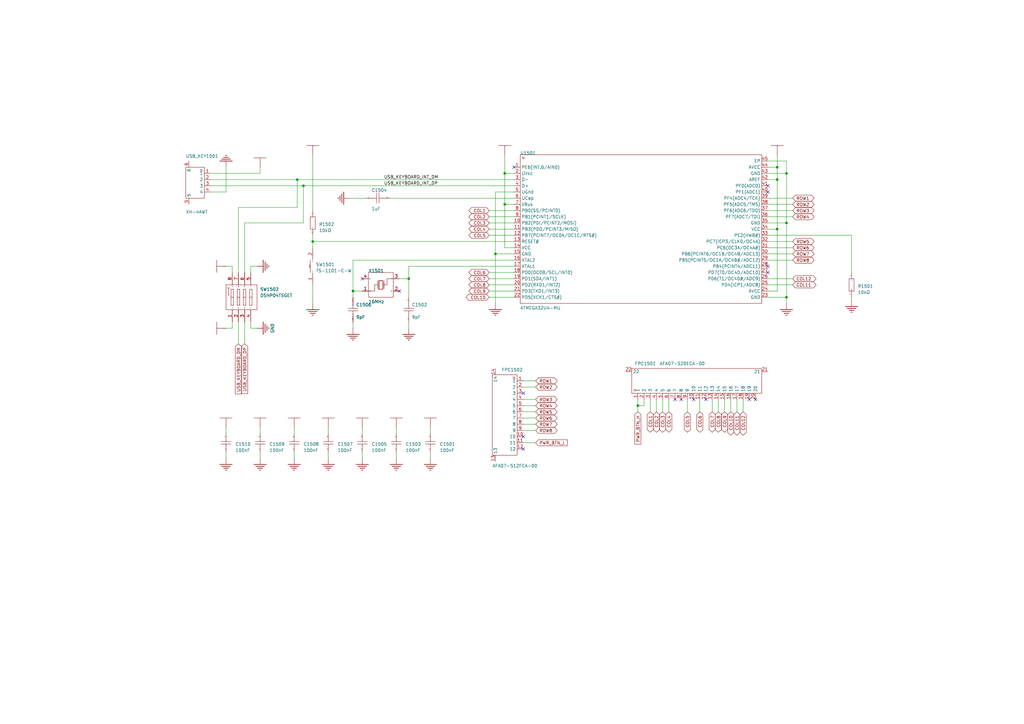
<source format=kicad_sch>
(kicad_sch (version 20250114) (generator "eeschema") (generator_version "9.0")
  (paper "A3")
  (lib_symbols
    (symbol "mainboard:0402B104K250NT"
      (property "Reference" "C" (at 0 0 0))
      (symbol "0402B104K250NT_1_0"
        (polyline (pts (xy -1.27 0) (xy -0.508 0)))
        (polyline (pts (xy -0.508 2.032) (xy -0.508 -2.032)))
        (polyline (pts (xy 0.508 2.032) (xy 0.508 -2.032)))
        (polyline (pts (xy 0.508 0) (xy 1.27 0)))
        (pin input line (at -3.81 0 0) (length 2.54) (name "1") (number "1"))
        (pin input line (at 3.81 0 180) (length 2.54) (name "2") (number "2"))
      )
    )
    (symbol "mainboard:0603WAF1002T5E"
      (symbol "0603WAF1002T5E_1_0"
        (rectangle (start -2.54 -1.016) (end 2.54 1.016))
        (pin input line (at -5.08 0 0) (length 2.54) (name "1") (number "1"))
        (pin input line (at 5.08 0 180) (length 2.54) (name "2") (number "2"))
      )
    )
    (symbol "mainboard:AFA07-S12FCA-00"
      (property "Reference" "FPC" (at 0 0 0))
      (symbol "AFA07-S12FCA-00_1_0"
        (rectangle (start -3.81 -16.51) (end 6.35 16.51))
        (circle (center -2.54 15.24) (radius 0.381))
        (pin input line (at -6.35 13.97 0) (length 2.54) (name "1") (number "1"))
        (pin input line (at -6.35 11.43 0) (length 2.54) (name "2") (number "2"))
        (pin input line (at -6.35 8.89 0) (length 2.54) (name "3") (number "3"))
        (pin input line (at -6.35 6.35 0) (length 2.54) (name "4") (number "4"))
        (pin input line (at -6.35 3.81 0) (length 2.54) (name "5") (number "5"))
        (pin input line (at -6.35 1.27 0) (length 2.54) (name "6") (number "6"))
        (pin input line (at -6.35 -1.27 0) (length 2.54) (name "7") (number "7"))
        (pin input line (at -6.35 -3.81 0) (length 2.54) (name "8") (number "8"))
        (pin input line (at -6.35 -6.35 0) (length 2.54) (name "9") (number "9"))
        (pin input line (at -6.35 -8.89 0) (length 2.54) (name "10") (number "10"))
        (pin input line (at -6.35 -11.43 0) (length 2.54) (name "11") (number "11"))
        (pin input line (at -6.35 -13.97 0) (length 2.54) (name "12") (number "12"))
        (pin input line (at 5.08 19.05 270) (length 2.54) (name "14") (number "14"))
        (pin input line (at 5.08 -19.05 90) (length 2.54) (name "13") (number "13"))
      )
    )
    (symbol "mainboard:AFA07-S20ECA-00"
      (property "Reference" "FPC" (at 0 0 0))
      (symbol "AFA07-S20ECA-00_1_0"
        (rectangle (start -3.81 -26.67) (end 6.35 26.67))
        (circle (center -2.54 25.4) (radius 0.381))
        (pin input line (at -6.35 24.13 0) (length 2.54) (name "1") (number "1"))
        (pin input line (at -6.35 21.59 0) (length 2.54) (name "2") (number "2"))
        (pin input line (at -6.35 19.05 0) (length 2.54) (name "3") (number "3"))
        (pin input line (at -6.35 16.51 0) (length 2.54) (name "4") (number "4"))
        (pin input line (at -6.35 13.97 0) (length 2.54) (name "5") (number "5"))
        (pin input line (at -6.35 11.43 0) (length 2.54) (name "6") (number "6"))
        (pin input line (at -6.35 8.89 0) (length 2.54) (name "7") (number "7"))
        (pin input line (at -6.35 6.35 0) (length 2.54) (name "8") (number "8"))
        (pin input line (at -6.35 3.81 0) (length 2.54) (name "9") (number "9"))
        (pin input line (at -6.35 1.27 0) (length 2.54) (name "10") (number "10"))
        (pin input line (at -6.35 -1.27 0) (length 2.54) (name "11") (number "11"))
        (pin input line (at -6.35 -3.81 0) (length 2.54) (name "12") (number "12"))
        (pin input line (at -6.35 -6.35 0) (length 2.54) (name "13") (number "13"))
        (pin input line (at -6.35 -8.89 0) (length 2.54) (name "14") (number "14"))
        (pin input line (at -6.35 -11.43 0) (length 2.54) (name "15") (number "15"))
        (pin input line (at -6.35 -13.97 0) (length 2.54) (name "16") (number "16"))
        (pin input line (at -6.35 -16.51 0) (length 2.54) (name "17") (number "17"))
        (pin input line (at -6.35 -19.05 0) (length 2.54) (name "18") (number "18"))
        (pin input line (at -6.35 -21.59 0) (length 2.54) (name "19") (number "19"))
        (pin input line (at -6.35 -24.13 0) (length 2.54) (name "20") (number "20"))
        (pin input line (at 5.08 29.21 270) (length 2.54) (name "22") (number "22"))
        (pin input line (at 5.08 -29.21 90) (length 2.54) (name "21") (number "21"))
      )
    )
    (symbol "mainboard:ATMEGA32U4-MU"
      (property "Reference" "U" (at 0 0 0))
      (symbol "ATMEGA32U4-MU_1_0"
        (rectangle (start -49.53 -30.48) (end 49.53 30.48))
        (circle (center -48.26 29.21) (radius 0.381))
        (pin unspecified line (at -52.07 25.4 0) (length 2.54) (name "PE6(INT.6/AIN0)") (number "1"))
        (pin unspecified line (at -52.07 22.86 0) (length 2.54) (name "UVcc") (number "2"))
        (pin unspecified line (at -52.07 20.32 0) (length 2.54) (name "D-") (number "3"))
        (pin unspecified line (at -52.07 17.78 0) (length 2.54) (name "D+") (number "4"))
        (pin unspecified line (at -52.07 15.24 0) (length 2.54) (name "UGnd") (number "5"))
        (pin unspecified line (at -52.07 12.7 0) (length 2.54) (name "UCap") (number "6"))
        (pin unspecified line (at -52.07 10.16 0) (length 2.54) (name "VBus") (number "7"))
        (pin unspecified line (at -52.07 7.62 0) (length 2.54) (name "PB0(SS/PCINT0)") (number "8"))
        (pin unspecified line (at -52.07 5.08 0) (length 2.54) (name "PB1(PCINT1/SCLK)") (number "9"))
        (pin unspecified line (at -52.07 2.54 0) (length 2.54) (name "PB2(PDI/PCINT2/MOSI)") (number "10"))
        (pin unspecified line (at -52.07 0 0) (length 2.54) (name "PB3(PDO/PCINT3/MISO)") (number "11"))
        (pin unspecified line (at -52.07 -2.54 0) (length 2.54) (name "PB7(PCINT7/OC0A/OC1C/RTS#)") (number "12"))
        (pin unspecified line (at -52.07 -5.08 0) (length 2.54) (name "RESET#") (number "13"))
        (pin unspecified line (at -52.07 -7.62 0) (length 2.54) (name "VCC") (number "14"))
        (pin unspecified line (at -52.07 -10.16 0) (length 2.54) (name "GND") (number "15"))
        (pin unspecified line (at -52.07 -12.7 0) (length 2.54) (name "XTAL2") (number "16"))
        (pin unspecified line (at -52.07 -15.24 0) (length 2.54) (name "XTAL1") (number "17"))
        (pin unspecified line (at -52.07 -17.78 0) (length 2.54) (name "PD0(OC0B/SCL/INT0)") (number "18"))
        (pin unspecified line (at -52.07 -20.32 0) (length 2.54) (name "PD1(SDA/INT1)") (number "19"))
        (pin unspecified line (at -52.07 -22.86 0) (length 2.54) (name "PD2(RXD1/INT2)") (number "20"))
        (pin unspecified line (at -52.07 -25.4 0) (length 2.54) (name "PD3(TXD1/INT3)") (number "21"))
        (pin unspecified line (at -52.07 -27.94 0) (length 2.54) (name "PD5(XCK1/CTS#)") (number "22"))
        (pin unspecified line (at 52.07 27.94 180) (length 2.54) (name "EP") (number "45"))
        (pin unspecified line (at 52.07 25.4 180) (length 2.54) (name "AVCC") (number "44"))
        (pin unspecified line (at 52.07 22.86 180) (length 2.54) (name "GND") (number "43"))
        (pin unspecified line (at 52.07 20.32 180) (length 2.54) (name "AREF") (number "42"))
        (pin unspecified line (at 52.07 17.78 180) (length 2.54) (name "PF0(ADC0)") (number "41"))
        (pin unspecified line (at 52.07 15.24 180) (length 2.54) (name "PF1(ADC1)") (number "40"))
        (pin unspecified line (at 52.07 12.7 180) (length 2.54) (name "PF4(ADC4/TCK)") (number "39"))
        (pin unspecified line (at 52.07 10.16 180) (length 2.54) (name "PF5(ADC5/TMS)") (number "38"))
        (pin unspecified line (at 52.07 7.62 180) (length 2.54) (name "PF6(ADC6/TDO)") (number "37"))
        (pin unspecified line (at 52.07 5.08 180) (length 2.54) (name "PF7(ADC7/TDI)") (number "36"))
        (pin unspecified line (at 52.07 2.54 180) (length 2.54) (name "GND") (number "35"))
        (pin unspecified line (at 52.07 0 180) (length 2.54) (name "VCC") (number "34"))
        (pin unspecified line (at 52.07 -2.54 180) (length 2.54) (name "PE2(HWB#)") (number "33"))
        (pin unspecified line (at 52.07 -5.08 180) (length 2.54) (name "PC7(ICP3/CLK0/OC4A)") (number "32"))
        (pin unspecified line (at 52.07 -7.62 180) (length 2.54) (name "PC6(OC3A/OC4A#)") (number "31"))
        (pin unspecified line (at 52.07 -10.16 180) (length 2.54) (name "PB6(PCINT6/OC1B/OC4B/ADC13)") (number "30"))
        (pin unspecified line (at 52.07 -12.7 180) (length 2.54) (name "PB5(PCINT5/OC1A/OC4B#/ADC12)") (number "29"))
        (pin unspecified line (at 52.07 -15.24 180) (length 2.54) (name "PB4(PCINT4/ADC11)") (number "28"))
        (pin unspecified line (at 52.07 -17.78 180) (length 2.54) (name "PD7(T0/OC4D/ADC10)") (number "27"))
        (pin unspecified line (at 52.07 -20.32 180) (length 2.54) (name "PD6(T1/OC4D#/ADC9)") (number "26"))
        (pin unspecified line (at 52.07 -22.86 180) (length 2.54) (name "PD4(ICP1/ADC8)") (number "25"))
        (pin unspecified line (at 52.07 -25.4 180) (length 2.54) (name "AVCC") (number "24"))
        (pin unspecified line (at 52.07 -27.94 180) (length 2.54) (name "GND") (number "23"))
      )
    )
    (symbol "mainboard:CC0603CRNPO9BN9R0"
      (property "Reference" "C" (at 0 0 0))
      (symbol "CC0603CRNPO9BN9R0_1_0"
        (polyline (pts (xy -2.032 0.508) (xy 2.032 0.508)))
        (polyline (pts (xy 0 2.54) (xy 0 0.508)))
        (polyline (pts (xy 0 -0.508) (xy 0 -2.54)))
        (polyline (pts (xy 2.032 -0.508) (xy -2.032 -0.508)))
        (pin input line (at 0 5.08 270) (length 2.54) (name "2") (number "2"))
        (pin input line (at 0 -5.08 90) (length 2.54) (name "1") (number "1"))
      )
    )
    (symbol "mainboard:CL10A105KB8NNNC"
      (property "Reference" "C" (at 0 0 0))
      (symbol "CL10A105KB8NNNC_1_0"
        (polyline (pts (xy -0.508 0) (xy -2.54 0)))
        (polyline (pts (xy -0.508 -2.032) (xy -0.508 2.032)))
        (polyline (pts (xy 0.508 2.032) (xy 0.508 -2.032)))
        (polyline (pts (xy 2.54 0) (xy 0.508 0)))
        (pin unspecified line (at -5.08 0 0) (length 2.54) (name "1") (number "1"))
        (pin unspecified line (at 5.08 0 180) (length 2.54) (name "2") (number "2"))
      )
    )
    (symbol "mainboard:DSHP04TSGER"
      (property "Reference" "SW" (at 0 0 0))
      (symbol "DSHP04TSGER_1_0"
        (polyline (pts (xy -5.08 6.35) (xy -5.08 -6.35)))
        (polyline (pts (xy -5.08 -6.35) (xy 5.08 -6.35)))
        (polyline (pts (xy -3.302 4.318) (xy 3.302 4.318)))
        (polyline (pts (xy -3.302 3.302) (xy -3.302 4.318)))
        (polyline (pts (xy -3.302 1.778) (xy 3.302 1.778)))
        (polyline (pts (xy -3.302 0.762) (xy -3.302 1.778)))
        (polyline (pts (xy -3.302 -0.762) (xy 3.302 -0.762)))
        (polyline (pts (xy -3.302 -1.778) (xy -3.302 -0.762)))
        (polyline (pts (xy -3.302 -3.302) (xy 3.302 -3.302)))
        (polyline (pts (xy -3.302 -4.318) (xy -3.302 -3.302)))
        (polyline (pts (xy 0 4.318) (xy 0 3.302)))
        (polyline (pts (xy 0 1.778) (xy 0 0.762)))
        (polyline (pts (xy 0 -0.762) (xy 0 -1.778)))
        (polyline (pts (xy 0 -3.302) (xy 0 -4.318)))
        (polyline (pts (xy 0.762 5.334) (xy 3.81 5.334)))
        (polyline (pts (xy 1.016 5.08) (xy 0.762 5.334)))
        (polyline (pts (xy 3.302 4.318) (xy 3.302 3.302)))
        (polyline (pts (xy 3.302 3.302) (xy -3.302 3.302)))
        (polyline (pts (xy 3.302 1.778) (xy 3.302 0.762)))
        (polyline (pts (xy 3.302 0.762) (xy -3.302 0.762)))
        (polyline (pts (xy 3.302 -0.762) (xy 3.302 -1.778)))
        (polyline (pts (xy 3.302 -1.778) (xy -3.302 -1.778)))
        (polyline (pts (xy 3.302 -3.302) (xy 3.302 -4.318)))
        (polyline (pts (xy 3.302 -4.318) (xy -3.302 -4.318)))
        (polyline (pts (xy 3.81 5.842) (xy 3.81 4.826)))
        (polyline (pts (xy 5.08 6.35) (xy -5.08 6.35)))
        (polyline (pts (xy 5.08 -6.35) (xy 5.08 6.35)))
        (pin input line (at -10.16 3.81 0) (length 5.08) (name "A1") (number "1"))
        (pin input line (at -10.16 1.27 0) (length 5.08) (name "A2") (number "2"))
        (pin input line (at -10.16 -1.27 0) (length 5.08) (name "A3") (number "3"))
        (pin input line (at -10.16 -3.81 0) (length 5.08) (name "A4") (number "4"))
        (pin input line (at 10.16 3.81 180) (length 5.08) (name "B1") (number "8"))
        (pin input line (at 10.16 1.27 180) (length 5.08) (name "B2") (number "7"))
        (pin input line (at 10.16 -1.27 180) (length 5.08) (name "B3") (number "6"))
        (pin input line (at 10.16 -3.81 180) (length 5.08) (name "B4") (number "5"))
      )
    )
    (symbol "mainboard:Ground-GND" (power) (pin_numbers (hide yes)) (pin_names (hide yes))
      (property "Value" "GND" (at 0 -6.35 0))
      (symbol "Ground-GND_1_0"
        (polyline (pts (xy -2.54 -2.54) (xy 2.54 -2.54)) (stroke (width 0.254)))
        (polyline (pts (xy -1.778 -3.302) (xy 1.778 -3.302)) (stroke (width 0.254)))
        (polyline (pts (xy -1.016 -4.064) (xy 1.016 -4.064)) (stroke (width 0.254)))
        (polyline (pts (xy -0.254 -4.826) (xy 0.254 -4.826)) (stroke (width 0.254)))
        (pin power_in line (at 0 0 270) (length 2.54) (name "GND_KEY") (number "1"))
      )
    )
    (symbol "mainboard:Power-5V" (power) (pin_numbers (hide yes)) (pin_names (hide yes))
      (symbol "Power-5V_1_0"
        (polyline (pts (xy -2.54 3.81) (xy 2.54 3.81)))
        (polyline (pts (xy 0 3.81) (xy 0 1.27)))
        (pin power_in line (at 0 0 90) (length 1.27) (name "+3.3V") (number "1"))
      )
    )
    (symbol "mainboard:TS-1101-C-W"
      (property "Reference" "SW" (at 0 0 0))
      (symbol "TS-1101-C-W_1_0"
        (polyline (pts (xy -2.54 1.016) (xy 2.54 1.016)))
        (polyline (pts (xy -0.508 1.016) (xy -0.508 1.27) (xy -0.508 1.27) (xy 0.508 1.27) (xy 0.508 1.27) (xy 0.508 1.016)))
        (pin unspecified line (at -7.62 0 0) (length 5.08) (name "1") (number "1"))
        (pin unspecified line (at 7.62 0 180) (length 5.08) (name "2") (number "2"))
      )
    )
    (symbol "mainboard:X322516MOB4SI"
      (property "Reference" "X" (at 0 0 0))
      (symbol "X322516MOB4SI_1_0"
        (polyline (pts (xy -5.08 -2.54) (xy -2.54 -2.54) (xy -2.54 -2.54) (xy -2.54 0) (xy -2.54 0) (xy -1.524 0)))
        (rectangle (start -5.08 -5.08) (end 5.08 5.08))
        (polyline (pts (xy -1.27 -1.016) (xy -1.27 1.016)))
        (polyline (pts (xy -1.27 -1.778) (xy -1.27 1.778)))
        (polyline (pts (xy -0.762 -1.778) (xy -0.762 1.778) (xy -0.762 1.778) (xy 0.762 1.778) (xy 0.762 1.778) (xy 0.762 -1.778)))
        (polyline (pts (xy 0.762 1.778) (xy 0.762 -1.778) (xy 0.762 -1.778) (xy -0.762 -1.778) (xy -0.762 -1.778) (xy -0.762 1.778) (xy -0.762 1.778) (xy 0.762 1.778)))
        (polyline (pts (xy 0.762 -1.778) (xy -0.762 -1.778)))
        (polyline (pts (xy 1.27 -1.016) (xy 1.27 1.016)))
        (polyline (pts (xy 1.27 -1.778) (xy 1.27 1.778)))
        (polyline (pts (xy 5.08 2.54) (xy 2.54 2.54) (xy 2.54 2.54) (xy 2.54 0) (xy 2.54 0) (xy 1.524 0)))
        (pin unspecified line (at -7.62 2.54 0) (length 2.54) (name "GND") (number "4"))
        (pin unspecified line (at -7.62 -2.54 0) (length 2.54) (name "OSC1") (number "1"))
        (pin unspecified line (at 7.62 2.54 180) (length 2.54) (name "OSC2") (number "3"))
        (pin unspecified line (at 7.62 -2.54 180) (length 2.54) (name "GND") (number "2"))
      )
    )
    (symbol "mainboard:XH-4AWT"
      (property "Reference" "CN" (at 0 0 0))
      (symbol "XH-4AWT_1_0"
        (rectangle (start -2.54 -6.35) (end 5.08 6.35))
        (circle (center -1.27 5.08) (radius 0.381))
        (pin unspecified line (at -5.08 3.81 0) (length 2.54) (name "1") (number "1"))
        (pin unspecified line (at -5.08 1.27 0) (length 2.54) (name "2") (number "2"))
        (pin unspecified line (at -5.08 -1.27 0) (length 2.54) (name "3") (number "3"))
        (pin unspecified line (at -5.08 -3.81 0) (length 2.54) (name "4") (number "4"))
        (pin unspecified line (at 3.81 8.89 270) (length 2.54) (name "6") (number "6"))
        (pin unspecified line (at 3.81 -8.89 90) (length 2.54) (name "5") (number "5"))
      )
    )
  )
  (junction (at 318.77 93.98))
  (junction (at 322.58 91.44))
  (junction (at 203.2 104.14))
  (junction (at 167.64 114.3))
  (junction (at 322.58 121.92))
  (junction (at 207.01 83.82))
  (junction (at 322.58 71.12))
  (junction (at 318.77 68.58))
  (junction (at 121.92 73.66))
  (junction (at 144.78 119.38))
  (junction (at 261.62 166.37))
  (junction (at 128.27 99.06))
  (junction (at 318.77 73.66))
  (junction (at 124.46 76.2))
  (junction (at 207.01 71.12))
  (no_connect (at 307.34 163.83))
  (no_connect (at 148.59 114.3))
  (no_connect (at 314.96 78.74))
  (no_connect (at 214.63 179.07))
  (no_connect (at 210.82 68.58))
  (no_connect (at 314.96 111.76))
  (no_connect (at 314.96 109.22))
  (no_connect (at 214.63 184.15))
  (no_connect (at 163.83 119.38))
  (no_connect (at 214.63 161.29))
  (no_connect (at 314.96 76.2))
  (no_connect (at 279.4 163.83))
  (no_connect (at 284.48 163.83))
  (no_connect (at 289.56 163.83))
  (no_connect (at 276.86 163.83))
  (no_connect (at 309.88 163.83))
  (wire (pts (xy 325.12 99.06) (xy 314.96 99.06)))
  (wire (pts (xy 143.51 81.28) (xy 149.86 81.28)))
  (wire (pts (xy 318.77 119.38) (xy 314.96 119.38)))
  (wire (pts (xy 207.01 83.82) (xy 207.01 101.6)))
  (wire (pts (xy 219.71 166.37) (xy 214.63 166.37)))
  (wire (pts (xy 92.71 185.42) (xy 92.71 187.96)))
  (wire (pts (xy 203.2 78.74) (xy 210.82 78.74)))
  (wire (pts (xy 100.33 140.97) (xy 100.33 132.08)))
  (wire (pts (xy 162.56 185.42) (xy 162.56 187.96)))
  (wire (pts (xy 210.82 76.2) (xy 124.46 76.2)))
  (wire (pts (xy 92.71 175.26) (xy 92.71 177.8)))
  (wire (pts (xy 100.33 91.44) (xy 100.33 111.76)))
  (wire (pts (xy 292.1 168.91) (xy 292.1 163.83)))
  (wire (pts (xy 97.79 140.97) (xy 97.79 132.08)))
  (wire (pts (xy 92.71 78.74) (xy 86.36 78.74)))
  (wire (pts (xy 314.96 116.84) (xy 325.12 116.84)))
  (wire (pts (xy 106.68 185.42) (xy 106.68 187.96)))
  (wire (pts (xy 322.58 121.92) (xy 322.58 91.44)))
  (wire (pts (xy 274.32 168.91) (xy 274.32 163.83)))
  (wire (pts (xy 304.8 168.91) (xy 304.8 163.83)))
  (wire (pts (xy 128.27 99.06) (xy 128.27 96.52)))
  (wire (pts (xy 121.92 73.66) (xy 121.92 85.09)))
  (wire (pts (xy 105.41 109.22) (xy 102.87 109.22)))
  (wire (pts (xy 210.82 88.9) (xy 200.66 88.9)))
  (wire (pts (xy 134.62 175.26) (xy 134.62 177.8)))
  (wire (pts (xy 261.62 168.91) (xy 261.62 166.37)))
  (wire (pts (xy 203.2 124.46) (xy 203.2 104.14)))
  (wire (pts (xy 167.64 114.3) (xy 167.64 109.22)))
  (wire (pts (xy 214.63 173.99) (xy 219.71 173.99)))
  (wire (pts (xy 322.58 121.92) (xy 314.96 121.92)))
  (wire (pts (xy 95.25 134.62) (xy 92.71 134.62)))
  (wire (pts (xy 106.68 175.26) (xy 106.68 177.8)))
  (wire (pts (xy 322.58 71.12) (xy 314.96 71.12)))
  (wire (pts (xy 219.71 158.75) (xy 214.63 158.75)))
  (wire (pts (xy 203.2 104.14) (xy 203.2 78.74)))
  (wire (pts (xy 314.96 88.9) (xy 325.12 88.9)))
  (wire (pts (xy 214.63 163.83) (xy 219.71 163.83)))
  (wire (pts (xy 120.65 185.42) (xy 120.65 187.96)))
  (wire (pts (xy 261.62 166.37) (xy 264.16 166.37)))
  (wire (pts (xy 349.25 111.76) (xy 349.25 96.52)))
  (wire (pts (xy 264.16 166.37) (xy 264.16 163.83)))
  (wire (pts (xy 210.82 81.28) (xy 160.02 81.28)))
  (wire (pts (xy 210.82 96.52) (xy 200.66 96.52)))
  (wire (pts (xy 318.77 93.98) (xy 318.77 119.38)))
  (wire (pts (xy 95.25 109.22) (xy 95.25 111.76)))
  (wire (pts (xy 322.58 124.46) (xy 322.58 121.92)))
  (wire (pts (xy 121.92 85.09) (xy 97.79 85.09)))
  (wire (pts (xy 207.01 101.6) (xy 210.82 101.6)))
  (wire (pts (xy 322.58 66.04) (xy 314.96 66.04)))
  (wire (pts (xy 200.66 116.84) (xy 210.82 116.84)))
  (wire (pts (xy 219.71 176.53) (xy 214.63 176.53)))
  (wire (pts (xy 302.26 163.83) (xy 302.26 168.91)))
  (wire (pts (xy 294.64 163.83) (xy 294.64 168.91)))
  (wire (pts (xy 92.71 109.22) (xy 95.25 109.22)))
  (wire (pts (xy 102.87 134.62) (xy 102.87 132.08)))
  (wire (pts (xy 219.71 171.45) (xy 214.63 171.45)))
  (wire (pts (xy 200.66 91.44) (xy 210.82 91.44)))
  (wire (pts (xy 322.58 71.12) (xy 322.58 66.04)))
  (wire (pts (xy 207.01 71.12) (xy 210.82 71.12)))
  (wire (pts (xy 314.96 101.6) (xy 325.12 101.6)))
  (wire (pts (xy 210.82 114.3) (xy 200.66 114.3)))
  (wire (pts (xy 106.68 71.12) (xy 86.36 71.12)))
  (wire (pts (xy 266.7 163.83) (xy 266.7 168.91)))
  (wire (pts (xy 322.58 91.44) (xy 322.58 71.12)))
  (wire (pts (xy 210.82 73.66) (xy 121.92 73.66)))
  (wire (pts (xy 207.01 83.82) (xy 210.82 83.82)))
  (wire (pts (xy 318.77 93.98) (xy 314.96 93.98)))
  (wire (pts (xy 281.94 168.91) (xy 281.94 163.83)))
  (wire (pts (xy 325.12 81.28) (xy 314.96 81.28)))
  (wire (pts (xy 325.12 104.14) (xy 314.96 104.14)))
  (wire (pts (xy 287.02 163.83) (xy 287.02 168.91)))
  (wire (pts (xy 318.77 63.5) (xy 318.77 68.58)))
  (wire (pts (xy 144.78 119.38) (xy 144.78 106.68)))
  (wire (pts (xy 269.24 168.91) (xy 269.24 163.83)))
  (wire (pts (xy 200.66 86.36) (xy 210.82 86.36)))
  (wire (pts (xy 128.27 99.06) (xy 128.27 101.6)))
  (wire (pts (xy 214.63 156.21) (xy 219.71 156.21)))
  (wire (pts (xy 167.64 121.92) (xy 167.64 114.3)))
  (wire (pts (xy 214.63 168.91) (xy 219.71 168.91)))
  (wire (pts (xy 120.65 175.26) (xy 120.65 177.8)))
  (wire (pts (xy 349.25 121.92) (xy 349.25 123.19)))
  (wire (pts (xy 144.78 106.68) (xy 210.82 106.68)))
  (wire (pts (xy 134.62 185.42) (xy 134.62 187.96)))
  (wire (pts (xy 95.25 132.08) (xy 95.25 134.62)))
  (wire (pts (xy 318.77 93.98) (xy 318.77 73.66)))
  (wire (pts (xy 314.96 83.82) (xy 325.12 83.82)))
  (wire (pts (xy 297.18 163.83) (xy 297.18 168.91)))
  (wire (pts (xy 167.64 109.22) (xy 210.82 109.22)))
  (wire (pts (xy 124.46 91.44) (xy 100.33 91.44)))
  (wire (pts (xy 176.53 185.42) (xy 176.53 187.96)))
  (wire (pts (xy 167.64 132.08) (xy 167.64 134.62)))
  (wire (pts (xy 102.87 109.22) (xy 102.87 111.76)))
  (wire (pts (xy 176.53 175.26) (xy 176.53 177.8)))
  (wire (pts (xy 318.77 73.66) (xy 314.96 73.66)))
  (wire (pts (xy 128.27 86.36) (xy 128.27 63.5)))
  (wire (pts (xy 144.78 132.08) (xy 144.78 134.62)))
  (wire (pts (xy 144.78 119.38) (xy 148.59 119.38)))
  (wire (pts (xy 124.46 76.2) (xy 86.36 76.2)))
  (wire (pts (xy 325.12 86.36) (xy 314.96 86.36)))
  (wire (pts (xy 200.66 111.76) (xy 210.82 111.76)))
  (wire (pts (xy 162.56 175.26) (xy 162.56 177.8)))
  (wire (pts (xy 318.77 73.66) (xy 318.77 68.58)))
  (wire (pts (xy 210.82 93.98) (xy 200.66 93.98)))
  (wire (pts (xy 92.71 78.74) (xy 92.71 68.58)))
  (wire (pts (xy 271.78 163.83) (xy 271.78 168.91)))
  (wire (pts (xy 207.01 71.12) (xy 207.01 83.82)))
  (wire (pts (xy 203.2 104.14) (xy 210.82 104.14)))
  (wire (pts (xy 167.64 114.3) (xy 163.83 114.3)))
  (wire (pts (xy 325.12 114.3) (xy 314.96 114.3)))
  (wire (pts (xy 322.58 91.44) (xy 314.96 91.44)))
  (wire (pts (xy 261.62 166.37) (xy 261.62 163.83)))
  (wire (pts (xy 106.68 68.58) (xy 106.68 71.12)))
  (wire (pts (xy 314.96 106.68) (xy 325.12 106.68)))
  (wire (pts (xy 128.27 124.46) (xy 128.27 116.84)))
  (wire (pts (xy 299.72 168.91) (xy 299.72 163.83)))
  (wire (pts (xy 318.77 68.58) (xy 314.96 68.58)))
  (wire (pts (xy 124.46 76.2) (xy 124.46 91.44)))
  (wire (pts (xy 105.41 134.62) (xy 102.87 134.62)))
  (wire (pts (xy 148.59 175.26) (xy 148.59 177.8)))
  (wire (pts (xy 148.59 185.42) (xy 148.59 187.96)))
  (wire (pts (xy 207.01 63.5) (xy 207.01 71.12)))
  (wire (pts (xy 214.63 181.61) (xy 219.71 181.61)))
  (wire (pts (xy 121.92 73.66) (xy 86.36 73.66)))
  (wire (pts (xy 200.66 121.92) (xy 210.82 121.92)))
  (wire (pts (xy 144.78 121.92) (xy 144.78 119.38)))
  (wire (pts (xy 314.96 96.52) (xy 349.25 96.52)))
  (wire (pts (xy 97.79 85.09) (xy 97.79 111.76)))
  (wire (pts (xy 128.27 99.06) (xy 210.82 99.06)))
  (wire (pts (xy 210.82 119.38) (xy 200.66 119.38)))
  (label "USB_KEYBOARD_INT_DP" (at 157.48 76.2 0))
  (label "USB_KEYBOARD_INT_DM" (at 157.48 73.66 0))
  (global_label "COL7" (shape bidirectional) (at 292.1 168.91 270) (property "Intersheetrefs" "${INTERSHEET_REFS}" (effects (hide yes))))
  (global_label "USB_KEYBOARD_DM" (shape input) (at 97.79 140.97 270) (property "Intersheetrefs" "${INTERSHEET_REFS}" (effects (hide yes))))
  (global_label "ROW6" (shape bidirectional) (at 325.12 101.6 0) (property "Intersheetrefs" "${INTERSHEET_REFS}" (effects (hide yes))))
  (global_label "ROW4" (shape bidirectional) (at 219.71 166.37 0) (property "Intersheetrefs" "${INTERSHEET_REFS}" (effects (hide yes))))
  (global_label "ROW5" (shape bidirectional) (at 325.12 99.06 0) (property "Intersheetrefs" "${INTERSHEET_REFS}" (effects (hide yes))))
  (global_label "COL6" (shape bidirectional) (at 287.02 168.91 270) (property "Intersheetrefs" "${INTERSHEET_REFS}" (effects (hide yes))))
  (global_label "ROW8" (shape bidirectional) (at 325.12 106.68 0) (property "Intersheetrefs" "${INTERSHEET_REFS}" (effects (hide yes))))
  (global_label "COL8" (shape bidirectional) (at 294.64 168.91 270) (property "Intersheetrefs" "${INTERSHEET_REFS}" (effects (hide yes))))
  (global_label "PWR_BTN_L" (shape input) (at 219.71 181.61 0) (property "Intersheetrefs" "${INTERSHEET_REFS}" (effects (hide yes))))
  (global_label "ROW4" (shape bidirectional) (at 325.12 88.9 0) (property "Intersheetrefs" "${INTERSHEET_REFS}" (effects (hide yes))))
  (global_label "COL4" (shape bidirectional) (at 274.32 168.91 270) (property "Intersheetrefs" "${INTERSHEET_REFS}" (effects (hide yes))))
  (global_label "COL2" (shape bidirectional) (at 269.24 168.91 270) (property "Intersheetrefs" "${INTERSHEET_REFS}" (effects (hide yes))))
  (global_label "COL11" (shape bidirectional) (at 302.26 168.91 270) (property "Intersheetrefs" "${INTERSHEET_REFS}" (effects (hide yes))))
  (global_label "COL10" (shape bidirectional) (at 200.66 121.92 180) (property "Intersheetrefs" "${INTERSHEET_REFS}" (effects (hide yes))))
  (global_label "ROW6" (shape bidirectional) (at 219.71 171.45 0) (property "Intersheetrefs" "${INTERSHEET_REFS}" (effects (hide yes))))
  (global_label "ROW2" (shape bidirectional) (at 219.71 158.75 0) (property "Intersheetrefs" "${INTERSHEET_REFS}" (effects (hide yes))))
  (global_label "COL9" (shape bidirectional) (at 200.66 119.38 180) (property "Intersheetrefs" "${INTERSHEET_REFS}" (effects (hide yes))))
  (global_label "COL2" (shape bidirectional) (at 200.66 88.9 180) (property "Intersheetrefs" "${INTERSHEET_REFS}" (effects (hide yes))))
  (global_label "COL11" (shape bidirectional) (at 325.12 116.84 0) (property "Intersheetrefs" "${INTERSHEET_REFS}" (effects (hide yes))))
  (global_label "ROW3" (shape bidirectional) (at 219.71 163.83 0) (property "Intersheetrefs" "${INTERSHEET_REFS}" (effects (hide yes))))
  (global_label "COL1" (shape bidirectional) (at 266.7 168.91 270) (property "Intersheetrefs" "${INTERSHEET_REFS}" (effects (hide yes))))
  (global_label "ROW3" (shape bidirectional) (at 325.12 86.36 0) (property "Intersheetrefs" "${INTERSHEET_REFS}" (effects (hide yes))))
  (global_label "COL3" (shape bidirectional) (at 200.66 91.44 180) (property "Intersheetrefs" "${INTERSHEET_REFS}" (effects (hide yes))))
  (global_label "COL6" (shape bidirectional) (at 200.66 111.76 180) (property "Intersheetrefs" "${INTERSHEET_REFS}" (effects (hide yes))))
  (global_label "COL7" (shape bidirectional) (at 200.66 114.3 180) (property "Intersheetrefs" "${INTERSHEET_REFS}" (effects (hide yes))))
  (global_label "ROW2" (shape bidirectional) (at 325.12 83.82 0) (property "Intersheetrefs" "${INTERSHEET_REFS}" (effects (hide yes))))
  (global_label "COL8" (shape bidirectional) (at 200.66 116.84 180) (property "Intersheetrefs" "${INTERSHEET_REFS}" (effects (hide yes))))
  (global_label "ROW7" (shape bidirectional) (at 325.12 104.14 0) (property "Intersheetrefs" "${INTERSHEET_REFS}" (effects (hide yes))))
  (global_label "COL3" (shape bidirectional) (at 271.78 168.91 270) (property "Intersheetrefs" "${INTERSHEET_REFS}" (effects (hide yes))))
  (global_label "COL12" (shape bidirectional) (at 304.8 168.91 270) (property "Intersheetrefs" "${INTERSHEET_REFS}" (effects (hide yes))))
  (global_label "ROW7" (shape bidirectional) (at 219.71 173.99 0) (property "Intersheetrefs" "${INTERSHEET_REFS}" (effects (hide yes))))
  (global_label "COL5" (shape bidirectional) (at 281.94 168.91 270) (property "Intersheetrefs" "${INTERSHEET_REFS}" (effects (hide yes))))
  (global_label "COL4" (shape bidirectional) (at 200.66 93.98 180) (property "Intersheetrefs" "${INTERSHEET_REFS}" (effects (hide yes))))
  (global_label "COL12" (shape bidirectional) (at 325.12 114.3 0) (property "Intersheetrefs" "${INTERSHEET_REFS}" (effects (hide yes))))
  (global_label "USB_KEYBOARD_DP" (shape input) (at 100.33 140.97 270) (property "Intersheetrefs" "${INTERSHEET_REFS}" (effects (hide yes))))
  (global_label "PWR_BTN_H" (shape input) (at 261.62 168.91 270) (property "Intersheetrefs" "${INTERSHEET_REFS}" (effects (hide yes))))
  (global_label "ROW1" (shape bidirectional) (at 325.12 81.28 0) (property "Intersheetrefs" "${INTERSHEET_REFS}" (effects (hide yes))))
  (global_label "COL5" (shape bidirectional) (at 200.66 96.52 180) (property "Intersheetrefs" "${INTERSHEET_REFS}" (effects (hide yes))))
  (global_label "COL9" (shape bidirectional) (at 297.18 168.91 270) (property "Intersheetrefs" "${INTERSHEET_REFS}" (effects (hide yes))))
  (global_label "COL10" (shape bidirectional) (at 299.72 168.91 270) (property "Intersheetrefs" "${INTERSHEET_REFS}" (effects (hide yes))))
  (global_label "COL1" (shape bidirectional) (at 200.66 86.36 180) (property "Intersheetrefs" "${INTERSHEET_REFS}" (effects (hide yes))))
  (global_label "ROW5" (shape bidirectional) (at 219.71 168.91 0) (property "Intersheetrefs" "${INTERSHEET_REFS}" (effects (hide yes))))
  (global_label "ROW1" (shape bidirectional) (at 219.71 156.21 0) (property "Intersheetrefs" "${INTERSHEET_REFS}" (effects (hide yes))))
  (global_label "ROW8" (shape bidirectional) (at 219.71 176.53 0) (property "Intersheetrefs" "${INTERSHEET_REFS}" (effects (hide yes))))
  (symbol (lib_id "mainboard:0402B104K250NT") (at 106.68 181.61 90) (unit 1)
    (property "Reference" "C1509" (at 110.49 182.88 90) (effects (justify right top)))
    (property "Value" "100nF" (at 110.49 185.42 90) (effects (justify right top)))
    (property "Footprint" "mainboard:C0402" (effects (hide yes)))
    (property "Datasheet" "https://atta.szlcsc.com/upload/public/pdf/source/20200305/C486355_26A10D38EF8C2A5C37091D0039909270.pdf" (effects (hide yes)))
    (property "Description" "Capacitance:100nF Tolerance:±10% Tolerance:±10% Voltage Rated: Temperature Coefficient:" (effects (hide yes)))
    (property "Manufacturer Part" "0402B104K250NT" (effects (hide yes)))
    (property "Manufacturer" "FH(风华)" (effects (hide yes)))
    (property "Supplier Part" "C56392" (effects (hide yes)))
    (property "Supplier" "LCSC" (effects (hide yes)))
    (property "LCSC Part Name" "100nF ±10% 25V" (effects (hide yes)))
  )
  (symbol (lib_id "mainboard:Ground-GND") (at 143.51 81.28 270) (unit 1)
    (property "Reference" "#PWR01514" (effects (hide yes)))
    (property "Value" "GND_KEY" (effects (hide yes)))
    (property "Footprint" "mainboard:" (effects (hide yes)))
  )
  (symbol (lib_id "mainboard:0402B104K250NT") (at 148.59 181.61 90) (unit 1)
    (property "Reference" "C1505" (at 152.4 182.88 90) (effects (justify right top)))
    (property "Value" "100nF" (at 152.4 185.42 90) (effects (justify right top)))
    (property "Footprint" "mainboard:C0402" (effects (hide yes)))
    (property "Datasheet" "https://atta.szlcsc.com/upload/public/pdf/source/20200305/C486355_26A10D38EF8C2A5C37091D0039909270.pdf" (effects (hide yes)))
    (property "Description" "Capacitance:100nF Tolerance:±10% Tolerance:±10% Voltage Rated: Temperature Coefficient:" (effects (hide yes)))
    (property "Manufacturer Part" "0402B104K250NT" (effects (hide yes)))
    (property "Manufacturer" "FH(风华)" (effects (hide yes)))
    (property "Supplier Part" "C56392" (effects (hide yes)))
    (property "Supplier" "LCSC" (effects (hide yes)))
    (property "LCSC Part Name" "100nF ±10% 25V" (effects (hide yes)))
  )
  (symbol (lib_id "mainboard:Ground-GND") (at 176.53 187.96 0) (unit 1)
    (property "Reference" "#PWR01507" (effects (hide yes)))
    (property "Value" "GND_KEY" (effects (hide yes)))
    (property "Footprint" "mainboard:" (effects (hide yes)))
  )
  (symbol (lib_id "mainboard:0402B104K250NT") (at 120.65 181.61 90) (unit 1)
    (property "Reference" "C1508" (at 124.46 182.88 90) (effects (justify right top)))
    (property "Value" "100nF" (at 124.46 185.42 90) (effects (justify right top)))
    (property "Footprint" "mainboard:C0402" (effects (hide yes)))
    (property "Datasheet" "https://atta.szlcsc.com/upload/public/pdf/source/20200305/C486355_26A10D38EF8C2A5C37091D0039909270.pdf" (effects (hide yes)))
    (property "Description" "Capacitance:100nF Tolerance:±10% Tolerance:±10% Voltage Rated: Temperature Coefficient:" (effects (hide yes)))
    (property "Manufacturer Part" "0402B104K250NT" (effects (hide yes)))
    (property "Manufacturer" "FH(风华)" (effects (hide yes)))
    (property "Supplier Part" "C56392" (effects (hide yes)))
    (property "Supplier" "LCSC" (effects (hide yes)))
    (property "LCSC Part Name" "100nF ±10% 25V" (effects (hide yes)))
  )
  (symbol (lib_id "mainboard:Ground-GND") (at 148.59 187.96 0) (unit 1)
    (property "Reference" "#PWR01512" (effects (hide yes)))
    (property "Value" "GND_KEY" (effects (hide yes)))
    (property "Footprint" "mainboard:" (effects (hide yes)))
  )
  (symbol (lib_id "mainboard:X322516MOB4SI") (at 156.21 116.84 0) (unit 1)
    (property "Reference" "X1501" (at 151.13 111.76 0) (effects (justify left bottom)))
    (property "Value" "16MHz" (at 151.13 124.46 0) (effects (justify left bottom)))
    (property "Footprint" "mainboard:CRYSTAL-SMD_4P-L3.2-W2.5-BL" (effects (hide yes)))
    (property "Datasheet" "https://atta.szlcsc.com/upload/public/pdf/source/20240329/19D5F850207469550BEB00D7DFEDBC7A.pdf" (effects (hide yes)))
    (property "Description" "Crystal Type:贴片晶振 Frequency: Normal temperature Frequency Tolerance:±10ppm Normal temperature Frequency Tolerance:±10ppm External load capacitor: Frequency Stability(Full temperature range):±20ppm Frequency Stability(Full temperature range):±20ppm Operati" (effects (hide yes)))
    (property "Manufacturer Part" "X322516MOB4SI" (effects (hide yes)))
    (property "Manufacturer" "YXC(扬兴晶振)" (effects (hide yes)))
    (property "Supplier Part" "C12668" (effects (hide yes)))
    (property "Supplier" "LCSC" (effects (hide yes)))
    (property "LCSC Part Name" "16MHz ±10ppm 12pF" (effects (hide yes)))
  )
  (symbol (lib_id "mainboard:Power-5V") (at 318.77 63.5 0) (unit 1)
    (property "Reference" "#PWR01503" (effects (hide yes)))
    (property "Value" "+3.3V_KEY" (effects (hide yes)))
    (property "Footprint" "mainboard:" (effects (hide yes)))
    (property "Description" "Power-5V" (effects (hide yes)))
  )
  (symbol (lib_id "mainboard:Ground-GND") (at 105.41 109.22 90) (unit 1)
    (property "Reference" "#PWR01524" (effects (hide yes)))
    (property "Value" "GND_KEY" (effects (hide yes)))
    (property "Footprint" "mainboard:" (effects (hide yes)))
  )
  (symbol (lib_id "mainboard:TS-1101-C-W") (at 128.27 109.22 90) (unit 1)
    (property "Reference" "SW1501" (at 129.54 109.22 90) (effects (justify right top)))
    (property "Value" "TS-1101-C-W" (at 129.54 111.76 90) (effects (justify right top)))
    (property "Footprint" "mainboard:SW-SMD_L6.0-W3.3-LS8.0" (effects (hide yes)))
    (property "Datasheet" "https://atta.szlcsc.com/upload/public/pdf/source/20200227/C318938_C2E53B1EEDE37D980A33616AC086DE53.pdf" (effects (hide yes)))
    (property "Description" "Circuit:SPST Actuator Style:Rectangle button Operating Force:260gf Mounting Style:Brick nogging Switch Length:6mm Switch Width:3.6mm Switch Height:2.5mm Strike Gundam:不带 Contact Current:50mA Voltage Rating (AC):- Voltage Rating (DC):12V Power Rating:- Ins" (effects (hide yes)))
    (property "Manufacturer Part" "TS-1101-C-W" (effects (hide yes)))
    (property "Manufacturer" "XKB Connectivity(中国星坤)" (effects (hide yes)))
    (property "Supplier Part" "C318938" (effects (hide yes)))
    (property "Supplier" "LCSC" (effects (hide yes)))
    (property "LCSC Part Name" "6*3.6*2.5mm 立贴 轻触开关" (effects (hide yes)))
  )
  (symbol (lib_id "mainboard:Ground-GND") (at 349.25 123.19 0) (unit 1)
    (property "Reference" "#PWR01501" (effects (hide yes)))
    (property "Value" "GND_KEY" (effects (hide yes)))
    (property "Footprint" "mainboard:" (effects (hide yes)))
  )
  (symbol (lib_id "mainboard:Ground-GND") (at 162.56 187.96 0) (unit 1)
    (property "Reference" "#PWR01510" (effects (hide yes)))
    (property "Value" "GND_KEY" (effects (hide yes)))
    (property "Footprint" "mainboard:" (effects (hide yes)))
  )
  (symbol (lib_id "mainboard:0402B104K250NT") (at 176.53 181.61 90) (unit 1)
    (property "Reference" "C1501" (at 180.34 182.88 90) (effects (justify right top)))
    (property "Value" "100nF" (at 180.34 185.42 90) (effects (justify right top)))
    (property "Footprint" "mainboard:C0402" (effects (hide yes)))
    (property "Datasheet" "https://atta.szlcsc.com/upload/public/pdf/source/20200305/C486355_26A10D38EF8C2A5C37091D0039909270.pdf" (effects (hide yes)))
    (property "Description" "Capacitance:100nF Tolerance:±10% Tolerance:±10% Voltage Rated: Temperature Coefficient:" (effects (hide yes)))
    (property "Manufacturer Part" "0402B104K250NT" (effects (hide yes)))
    (property "Manufacturer" "FH(风华)" (effects (hide yes)))
    (property "Supplier Part" "C56392" (effects (hide yes)))
    (property "Supplier" "LCSC" (effects (hide yes)))
    (property "LCSC Part Name" "100nF ±10% 25V" (effects (hide yes)))
  )
  (symbol (lib_id "mainboard:Ground-GND") (at 203.2 124.46 0) (unit 1)
    (property "Reference" "#PWR01505" (effects (hide yes)))
    (property "Value" "GND_KEY" (effects (hide yes)))
    (property "Footprint" "mainboard:" (effects (hide yes)))
  )
  (symbol (lib_id "mainboard:Ground-GND") (at 120.65 187.96 0) (unit 1)
    (property "Reference" "#PWR01520" (effects (hide yes)))
    (property "Value" "GND_KEY" (effects (hide yes)))
    (property "Footprint" "mainboard:" (effects (hide yes)))
  )
  (symbol (lib_id "mainboard:Power-5V") (at 134.62 175.26 0) (unit 1)
    (property "Reference" "#PWR01515" (effects (hide yes)))
    (property "Value" "+3.3V_KEY" (effects (hide yes)))
    (property "Footprint" "mainboard:" (effects (hide yes)))
    (property "Description" "Power-5V" (effects (hide yes)))
  )
  (symbol (lib_id "mainboard:Ground-GND") (at 134.62 187.96 0) (unit 1)
    (property "Reference" "#PWR01516" (effects (hide yes)))
    (property "Value" "GND_KEY" (effects (hide yes)))
    (property "Footprint" "mainboard:" (effects (hide yes)))
  )
  (symbol (lib_id "mainboard:Power-5V") (at 106.68 175.26 0) (unit 1)
    (property "Reference" "#PWR01522" (effects (hide yes)))
    (property "Value" "+3.3V_KEY" (effects (hide yes)))
    (property "Footprint" "mainboard:" (effects (hide yes)))
    (property "Description" "Power-5V" (effects (hide yes)))
  )
  (symbol (lib_id "mainboard:AFA07-S20ECA-00") (at 285.75 157.48 90) (unit 1)
    (property "Reference" "FPC1501" (at 260.35 149.86 90) (effects (justify right top)))
    (property "Value" "AFA07-S20ECA-00" (at 270.51 149.86 90) (effects (justify right top)))
    (property "Footprint" "mainboard:FPC-SMD_P1.00-20P_LCS-SJ-H2.5" (effects (hide yes)))
    (property "Datasheet" "https://atta.szlcsc.com/upload/public/pdf/source/20180810/C262751_01D74A74D4351CFF8B7B7891E98822FA.pdf" (effects (hide yes)))
    (property "Description" "Locking Feature:抽屉式 Contact Type:Contact,Top Number of Contacts:20P Pitch:1mm Mounting Type:卧贴 FFC, FCB Thickness:0.3mm FFC, FCB Thickness:0.3mm Height Above Board:2.5mm" (effects (hide yes)))
    (property "Manufacturer Part" "AFA07-S20ECA-00" (effects (hide yes)))
    (property "Manufacturer" "JS(钜硕电子)" (effects (hide yes)))
    (property "Supplier Part" "C262745" (effects (hide yes)))
    (property "Supplier" "LCSC" (effects (hide yes)))
    (property "LCSC Part Name" "间距:1mm P数:20P 抽屉式 上接" (effects (hide yes)))
  )
  (symbol (lib_id "mainboard:ATMEGA32U4-MU") (at 262.89 93.98 0) (unit 1)
    (property "Reference" "U1501" (at 213.36 63.5 0) (effects (justify left bottom)))
    (property "Value" "ATMEGA32U4-MU" (at 213.36 127 0) (effects (justify left bottom)))
    (property "Footprint" "mainboard:VQFN-44_L7.0-W7.0-P0.50-BL-EP5.2" (effects (hide yes)))
    (property "Datasheet" "https://atta.szlcsc.com/upload/public/pdf/source/20170515/1494827289828.pdf" (effects (hide yes)))
    (property "Description" "CPU Core:AVR Program Storage Size:32KB RAM Size:2.5KB GPIO Ports Number:26 Operating Voltage Range:2.7V~5.5V Operating Voltage Range:2.7V~5.5V CPU Maximum Speed:16MHz Program Memory Type:FLASH EEPROM:1KB Operating Temperature Range:-40°C~+85°C Operating Tem" (effects (hide yes)))
    (property "Manufacturer Part" "ATMEGA32U4-MU" (effects (hide yes)))
    (property "Manufacturer" "MICROCHIP(美国微芯)" (effects (hide yes)))
    (property "Supplier Part" "C112161" (effects (hide yes)))
    (property "Supplier" "LCSC" (effects (hide yes)))
    (property "LCSC Part Name" "ATMEGA32U4-MU" (effects (hide yes)))
  )
  (symbol (lib_id "mainboard:Power-5V") (at 207.01 63.5 0) (unit 1)
    (property "Reference" "#PWR01504" (effects (hide yes)))
    (property "Value" "+3.3V_KEY" (effects (hide yes)))
    (property "Footprint" "mainboard:" (effects (hide yes)))
    (property "Description" "Power-5V" (effects (hide yes)))
  )
  (symbol (lib_id "mainboard:Power-5V") (at 92.71 134.62 90) (unit 1)
    (property "Reference" "#PWR01528" (effects (hide yes)))
    (property "Value" "+3.3V" (effects (hide yes)))
    (property "Footprint" "mainboard:" (effects (hide yes)))
    (property "Description" "Power-5V" (effects (hide yes)))
  )
  (symbol (lib_id "mainboard:DSHP04TSGER") (at 99.06 121.92 90) (unit 1)
    (property "Reference" "SW1502" (at 106.68 119.38 90) (effects (justify right top)))
    (property "Value" "DSHP04TSGET" (at 106.68 121.92 90) (effects (justify right top)))
    (property "Footprint" "mainboard:SW-SMD_8P-L6.7-W5.4-P1.27-LS8.4" (effects (hide yes)))
    (property "Datasheet" "https://atta.szlcsc.com/upload/public/pdf/source/20150928/1457707425288.pdf" (effects (hide yes)))
    (property "Description" "Type:平拨,凹槽式 Circuit:SPST Number of Positions:4Bit Lead Pitch:1.27mm Operating Life:- Color:Black" (effects (hide yes)))
    (property "Manufacturer Part" "DSHP04TSGET" (effects (hide yes)))
    (property "Manufacturer" "YE" (effects (hide yes)))
    (property "Supplier Part" "C40736" (effects (hide yes)))
    (property "Supplier" "LCSC" (effects (hide yes)))
    (property "LCSC Part Name" "4位 1.27间距 拨码开关" (effects (hide yes)))
  )
  (symbol (lib_id "mainboard:AFA07-S12FCA-00") (at 208.28 170.18 0) (mirror y) (unit 1)
    (property "Reference" "FPC1502" (at 205.74 152.4 0) (effects (justify right bottom)))
    (property "Value" "AFA07-S12FCA-00" (at 201.93 191.77 0) (effects (justify right bottom)))
    (property "Footprint" "mainboard:FPC-SMD_P1.00-12P_LCS-XJ-H2.5" (effects (hide yes)))
    (property "Datasheet" "https://atta.szlcsc.com/upload/public/pdf/source/20191217/C262716_30B15E9A77BFCA4A54741C92DB3BE8CC.pdf" (effects (hide yes)))
    (property "Description" "Locking Feature:抽屉式 Contact Type:Bottom Contact Number of Contacts:12P Pitch:1mm Mounting Type:卧贴 FFC, FCB Thickness:0.3mm FFC, FCB Thickness:0.3mm Height Above Board:2.5mm" (effects (hide yes)))
    (property "Manufacturer Part" "AFA07-S12FCA-00" (effects (hide yes)))
    (property "Manufacturer" "JS(钜硕电子)" (effects (hide yes)))
    (property "Supplier Part" "C262718" (effects (hide yes)))
    (property "Supplier" "LCSC" (effects (hide yes)))
    (property "LCSC Part Name" "间距:1mm P数:12P 抽屉式 下接" (effects (hide yes)))
  )
  (symbol (lib_id "mainboard:Ground-GND") (at 92.71 187.96 0) (unit 1)
    (property "Reference" "#PWR01530" (effects (hide yes)))
    (property "Value" "GND_KEY" (effects (hide yes)))
    (property "Footprint" "mainboard:" (effects (hide yes)))
  )
  (symbol (lib_id "mainboard:0603WAF1002T5E") (at 128.27 91.44 270) (unit 1)
    (property "Reference" "R1502" (at 130.81 92.71 90) (effects (justify left bottom)))
    (property "Value" "10kΩ" (at 130.81 95.25 90) (effects (justify left bottom)))
    (property "Footprint" "mainboard:R0603" (effects (hide yes)))
    (property "Datasheet" "https://atta.szlcsc.com/upload/public/pdf/source/20200306/C422600_1E6D84923E4A46A82E41ADD87F860B5C.pdf" (effects (hide yes)))
    (property "Description" "Type:Thick Film Resistors Resistance:10kΩ Tolerance:±1% Tolerance:±1% Power(Watts): Overload Voltage (Max): Temperature Coefficient:±100ppm/°C Temperature Coefficient:±100ppm/°C Operating Temperature Range:-55°C~+155°C Operating Temperature Range:-55°C~+155°C" (effects (hide yes)))
    (property "Manufacturer Part" "0603WAF1002T5E" (effects (hide yes)))
    (property "Manufacturer" "UNI-ROYAL(厚声)" (effects (hide yes)))
    (property "Supplier Part" "C25804" (effects (hide yes)))
    (property "Supplier" "LCSC" (effects (hide yes)))
    (property "LCSC Part Name" "厚膜电阻 10kΩ ±1% 100mW" (effects (hide yes)))
  )
  (symbol (lib_id "mainboard:Ground-GND") (at 144.78 134.62 0) (unit 1)
    (property "Reference" "#PWR01513" (effects (hide yes)))
    (property "Value" "GND_KEY" (effects (hide yes)))
    (property "Footprint" "mainboard:" (effects (hide yes)))
  )
  (symbol (lib_id "mainboard:0402B104K250NT") (at 92.71 181.61 90) (unit 1)
    (property "Reference" "C1510" (at 96.52 182.88 90) (effects (justify right top)))
    (property "Value" "100nF" (at 96.52 185.42 90) (effects (justify right top)))
    (property "Footprint" "mainboard:C0402" (effects (hide yes)))
    (property "Datasheet" "https://atta.szlcsc.com/upload/public/pdf/source/20200305/C486355_26A10D38EF8C2A5C37091D0039909270.pdf" (effects (hide yes)))
    (property "Description" "Capacitance:100nF Tolerance:±10% Tolerance:±10% Voltage Rated: Temperature Coefficient:" (effects (hide yes)))
    (property "Manufacturer Part" "0402B104K250NT" (effects (hide yes)))
    (property "Manufacturer" "FH(风华)" (effects (hide yes)))
    (property "Supplier Part" "C56392" (effects (hide yes)))
    (property "Supplier" "LCSC" (effects (hide yes)))
    (property "LCSC Part Name" "100nF ±10% 25V" (effects (hide yes)))
  )
  (symbol (lib_id "mainboard:Ground-GND") (at 105.41 134.62 90) (unit 1)
    (property "Reference" "#PWR01525" (effects (hide yes)))
    (property "Value" "GND" (at 111.76 134.62 0))
    (property "Footprint" "mainboard:" (effects (hide yes)))
  )
  (symbol (lib_id "mainboard:Ground-GND") (at 322.58 124.46 0) (unit 1)
    (property "Reference" "#PWR01502" (effects (hide yes)))
    (property "Value" "GND_KEY" (effects (hide yes)))
    (property "Footprint" "mainboard:" (effects (hide yes)))
  )
  (symbol (lib_id "mainboard:Power-5V") (at 92.71 109.22 90) (unit 1)
    (property "Reference" "#PWR01527" (effects (hide yes)))
    (property "Value" "+3.3V_KEY" (effects (hide yes)))
    (property "Footprint" "mainboard:" (effects (hide yes)))
    (property "Description" "Power-5V" (effects (hide yes)))
  )
  (symbol (lib_id "mainboard:XH-4AWT") (at 81.28 74.93 0) (mirror y) (unit 1)
    (property "Reference" "USB_KEY1501" (at 76.2 64.77 0) (effects (justify right bottom)))
    (property "Value" "XH-4AWT" (at 76.2 87.63 0) (effects (justify right bottom)))
    (property "Footprint" "mainboard:CONN-SMD_4P-P2.50-WAFER-254W-4P" (effects (hide yes)))
    (property "Datasheet" "https://atta.szlcsc.com/upload/public/pdf/source/20240716/0EB160231F10F88F17C5354E5529764F.pdf" (effects (hide yes)))
    (property "Description" "Pins Structure:1x4P Pitch:2.5mm Mounting Style:Horizontal attachment Reference Series:XH Number of Pins:4P Number of Rows:1 Number of PINs Per Row:4 Current Rating (Max):3A Contact Material:Brass Contact Plating:Tin Operating Temperature Range:-25°C~+85°C O" (effects (hide yes)))
    (property "Manufacturer Part" "XH-4AWT" (effects (hide yes)))
    (property "Manufacturer" "FG(富港)" (effects (hide yes)))
    (property "Supplier Part" "C2831798" (effects (hide yes)))
    (property "Supplier" "LCSC" (effects (hide yes)))
    (property "LCSC Part Name" "1x4P 间距:2.5mm 卧贴 系列:XH" (effects (hide yes)))
  )
  (symbol (lib_id "mainboard:0603WAF1002T5E") (at 349.25 116.84 270) (unit 1)
    (property "Reference" "R1501" (at 351.79 118.11 90) (effects (justify left bottom)))
    (property "Value" "10kΩ" (at 351.79 120.65 90) (effects (justify left bottom)))
    (property "Footprint" "mainboard:R0603" (effects (hide yes)))
    (property "Datasheet" "https://atta.szlcsc.com/upload/public/pdf/source/20200306/C422600_1E6D84923E4A46A82E41ADD87F860B5C.pdf" (effects (hide yes)))
    (property "Description" "Type:Thick Film Resistors Resistance:10kΩ Tolerance:±1% Tolerance:±1% Power(Watts): Overload Voltage (Max): Temperature Coefficient:±100ppm/°C Temperature Coefficient:±100ppm/°C Operating Temperature Range:-55°C~+155°C Operating Temperature Range:-55°C~+155°C" (effects (hide yes)))
    (property "Manufacturer Part" "0603WAF1002T5E" (effects (hide yes)))
    (property "Manufacturer" "UNI-ROYAL(厚声)" (effects (hide yes)))
    (property "Supplier Part" "C25804" (effects (hide yes)))
    (property "Supplier" "LCSC" (effects (hide yes)))
    (property "LCSC Part Name" "厚膜电阻 10kΩ ±1% 100mW" (effects (hide yes)))
  )
  (symbol (lib_id "mainboard:CC0603CRNPO9BN9R0") (at 144.78 127 0) (unit 1)
    (property "Reference" "C1506" (at 146.05 125.73 0) (effects (justify left bottom)))
    (property "Value" "9pF" (at 146.05 130.81 0) (effects (justify left bottom)))
    (property "Footprint" "mainboard:C0603" (effects (hide yes)))
    (property "Datasheet" "https://atta.szlcsc.com/upload/public/pdf/source/20181008/C309499_21CC21451B82C39E3D92150FD6B30293.pdf" (effects (hide yes)))
    (property "Description" "Capacitance: Voltage Rated: Temperature Coefficient:" (effects (hide yes)))
    (property "Manufacturer Part" "CC0603CRNPO9BN9R0" (effects (hide yes)))
    (property "Manufacturer" "YAGEO(国巨)" (effects (hide yes)))
    (property "Supplier Part" "C282076" (effects (hide yes)))
    (property "Supplier" "LCSC" (effects (hide yes)))
    (property "LCSC Part Name" "9pF 50V" (effects (hide yes)))
  )
  (symbol (lib_id "mainboard:Power-5V") (at 162.56 175.26 0) (unit 1)
    (property "Reference" "#PWR01509" (effects (hide yes)))
    (property "Value" "+3.3V_KEY" (effects (hide yes)))
    (property "Footprint" "mainboard:" (effects (hide yes)))
    (property "Description" "Power-5V" (effects (hide yes)))
  )
  (symbol (lib_id "mainboard:0402B104K250NT") (at 134.62 181.61 90) (unit 1)
    (property "Reference" "C1507" (at 138.43 182.88 90) (effects (justify right top)))
    (property "Value" "100nF" (at 138.43 185.42 90) (effects (justify right top)))
    (property "Footprint" "mainboard:C0402" (effects (hide yes)))
    (property "Datasheet" "https://atta.szlcsc.com/upload/public/pdf/source/20200305/C486355_26A10D38EF8C2A5C37091D0039909270.pdf" (effects (hide yes)))
    (property "Description" "Capacitance:100nF Tolerance:±10% Tolerance:±10% Voltage Rated: Temperature Coefficient:" (effects (hide yes)))
    (property "Manufacturer Part" "0402B104K250NT" (effects (hide yes)))
    (property "Manufacturer" "FH(风华)" (effects (hide yes)))
    (property "Supplier Part" "C56392" (effects (hide yes)))
    (property "Supplier" "LCSC" (effects (hide yes)))
    (property "LCSC Part Name" "100nF ±10% 25V" (effects (hide yes)))
  )
  (symbol (lib_id "mainboard:Ground-GND") (at 128.27 124.46 0) (unit 1)
    (property "Reference" "#PWR01518" (effects (hide yes)))
    (property "Value" "GND_KEY" (effects (hide yes)))
    (property "Footprint" "mainboard:" (effects (hide yes)))
  )
  (symbol (lib_id "mainboard:Ground-GND") (at 106.68 187.96 0) (unit 1)
    (property "Reference" "#PWR01523" (effects (hide yes)))
    (property "Value" "GND_KEY" (effects (hide yes)))
    (property "Footprint" "mainboard:" (effects (hide yes)))
  )
  (symbol (lib_id "mainboard:Power-5V") (at 148.59 175.26 0) (unit 1)
    (property "Reference" "#PWR01511" (effects (hide yes)))
    (property "Value" "+3.3V_KEY" (effects (hide yes)))
    (property "Footprint" "mainboard:" (effects (hide yes)))
    (property "Description" "Power-5V" (effects (hide yes)))
  )
  (symbol (lib_id "mainboard:CC0603CRNPO9BN9R0") (at 167.64 127 0) (unit 1)
    (property "Reference" "C1502" (at 168.91 125.73 0) (effects (justify left bottom)))
    (property "Value" "9pF" (at 168.91 130.81 0) (effects (justify left bottom)))
    (property "Footprint" "mainboard:C0603" (effects (hide yes)))
    (property "Datasheet" "https://atta.szlcsc.com/upload/public/pdf/source/20181008/C309499_21CC21451B82C39E3D92150FD6B30293.pdf" (effects (hide yes)))
    (property "Description" "Capacitance: Voltage Rated: Temperature Coefficient:" (effects (hide yes)))
    (property "Manufacturer Part" "CC0603CRNPO9BN9R0" (effects (hide yes)))
    (property "Manufacturer" "YAGEO(国巨)" (effects (hide yes)))
    (property "Supplier Part" "C282076" (effects (hide yes)))
    (property "Supplier" "LCSC" (effects (hide yes)))
    (property "LCSC Part Name" "9pF 50V" (effects (hide yes)))
  )
  (symbol (lib_id "mainboard:CL10A105KB8NNNC") (at 154.94 81.28 0) (unit 1)
    (property "Reference" "C1504" (at 152.4 78.74 0) (effects (justify left bottom)))
    (property "Value" "1uF" (at 152.4 86.36 0) (effects (justify left bottom)))
    (property "Footprint" "mainboard:C0603" (effects (hide yes)))
    (property "Datasheet" "https://atta.szlcsc.com/upload/public/pdf/source/20160218/1457707763339.pdf" (effects (hide yes)))
    (property "Description" "Capacitance: Tolerance:±10% Tolerance:±10% Voltage Rated: Temperature Coefficient:" (effects (hide yes)))
    (property "Manufacturer Part" "CL10A105KB8NNNC" (effects (hide yes)))
    (property "Manufacturer" "SAMSUNG(三星)" (effects (hide yes)))
    (property "Supplier Part" "C15849" (effects (hide yes)))
    (property "Supplier" "LCSC" (effects (hide yes)))
    (property "LCSC Part Name" "1uF ±10% 50V" (effects (hide yes)))
  )
  (symbol (lib_id "mainboard:Power-5V") (at 176.53 175.26 0) (unit 1)
    (property "Reference" "#PWR01506" (effects (hide yes)))
    (property "Value" "+3.3V_KEY" (effects (hide yes)))
    (property "Footprint" "mainboard:" (effects (hide yes)))
    (property "Description" "Power-5V" (effects (hide yes)))
  )
  (symbol (lib_id "mainboard:Power-5V") (at 128.27 63.5 0) (unit 1)
    (property "Reference" "#PWR01517" (effects (hide yes)))
    (property "Value" "+3.3V_KEY" (effects (hide yes)))
    (property "Footprint" "mainboard:" (effects (hide yes)))
    (property "Description" "Power-5V" (effects (hide yes)))
  )
  (symbol (lib_id "mainboard:Power-5V") (at 92.71 175.26 0) (unit 1)
    (property "Reference" "#PWR01529" (effects (hide yes)))
    (property "Value" "+3.3V_KEY" (effects (hide yes)))
    (property "Footprint" "mainboard:" (effects (hide yes)))
    (property "Description" "Power-5V" (effects (hide yes)))
  )
  (symbol (lib_id "mainboard:Power-5V") (at 106.68 68.58 0) (unit 1)
    (property "Reference" "#PWR01521" (effects (hide yes)))
    (property "Value" "+3.3V_KEY" (effects (hide yes)))
    (property "Footprint" "mainboard:" (effects (hide yes)))
    (property "Description" "Power-5V" (effects (hide yes)))
  )
  (symbol (lib_id "mainboard:Ground-GND") (at 167.64 134.62 0) (unit 1)
    (property "Reference" "#PWR01508" (effects (hide yes)))
    (property "Value" "GND_KEY" (effects (hide yes)))
    (property "Footprint" "mainboard:" (effects (hide yes)))
  )
  (symbol (lib_id "mainboard:Ground-GND") (at 92.71 68.58 180) (unit 1)
    (property "Reference" "#PWR01526" (effects (hide yes)))
    (property "Value" "GND_KEY" (effects (hide yes)))
    (property "Footprint" "mainboard:" (effects (hide yes)))
  )
  (symbol (lib_id "mainboard:Power-5V") (at 120.65 175.26 0) (unit 1)
    (property "Reference" "#PWR01519" (effects (hide yes)))
    (property "Value" "+3.3V_KEY" (effects (hide yes)))
    (property "Footprint" "mainboard:" (effects (hide yes)))
    (property "Description" "Power-5V" (effects (hide yes)))
  )
  (symbol (lib_id "mainboard:0402B104K250NT") (at 162.56 181.61 90) (unit 1)
    (property "Reference" "C1503" (at 166.37 182.88 90) (effects (justify right top)))
    (property "Value" "100nF" (at 166.37 185.42 90) (effects (justify right top)))
    (property "Footprint" "mainboard:C0402" (effects (hide yes)))
    (property "Datasheet" "https://atta.szlcsc.com/upload/public/pdf/source/20200305/C486355_26A10D38EF8C2A5C37091D0039909270.pdf" (effects (hide yes)))
    (property "Description" "Capacitance:100nF Tolerance:±10% Tolerance:±10% Voltage Rated: Temperature Coefficient:" (effects (hide yes)))
    (property "Manufacturer Part" "0402B104K250NT" (effects (hide yes)))
    (property "Manufacturer" "FH(风华)" (effects (hide yes)))
    (property "Supplier Part" "C56392" (effects (hide yes)))
    (property "Supplier" "LCSC" (effects (hide yes)))
    (property "LCSC Part Name" "100nF ±10% 25V" (effects (hide yes)))
  )
)
</source>
